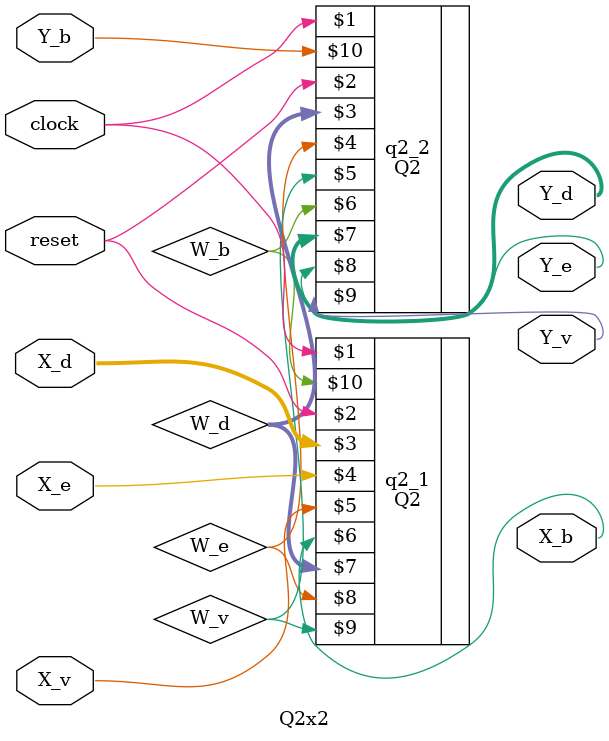
<source format=v>

`include "Q2.v"

module Q2x2 (clock, reset, X_d, X_e, X_v, X_b, Y_d, Y_e, Y_v, Y_b);

   parameter       W = 8;	// - data width (bits)

   input 	   clock;
   input 	   reset;
   
   input  [W-1:0]  X_d;		// - input  stream:  data
   input 	   X_e;		//		     eos
   input 	   X_v;		//		     valid
   output 	   X_b;		//		     backpressure

   output [W-1:0]  Y_d;		// - output stream:  data
   output 	   Y_e;		//		     eos
   output 	   Y_v;		//		     valid
   input 	   Y_b;		//		     backpressure

   wire   [W-1:0]  W_d;		// - intermediate stream:  data
   wire  	   W_e;		//		     eos
   wire  	   W_v;		//		     valid
   wire		   W_b;		//		     backpressure

   Q2 #(8) q2_1 (clock, reset, X_d, X_e, X_v, X_b, W_d, W_e, W_v, W_b);
   Q2 #(8) q2_2 (clock, reset, W_d, W_e, W_v, W_b, Y_d, Y_e, Y_v, Y_b);

endmodule // Q2x2

</source>
